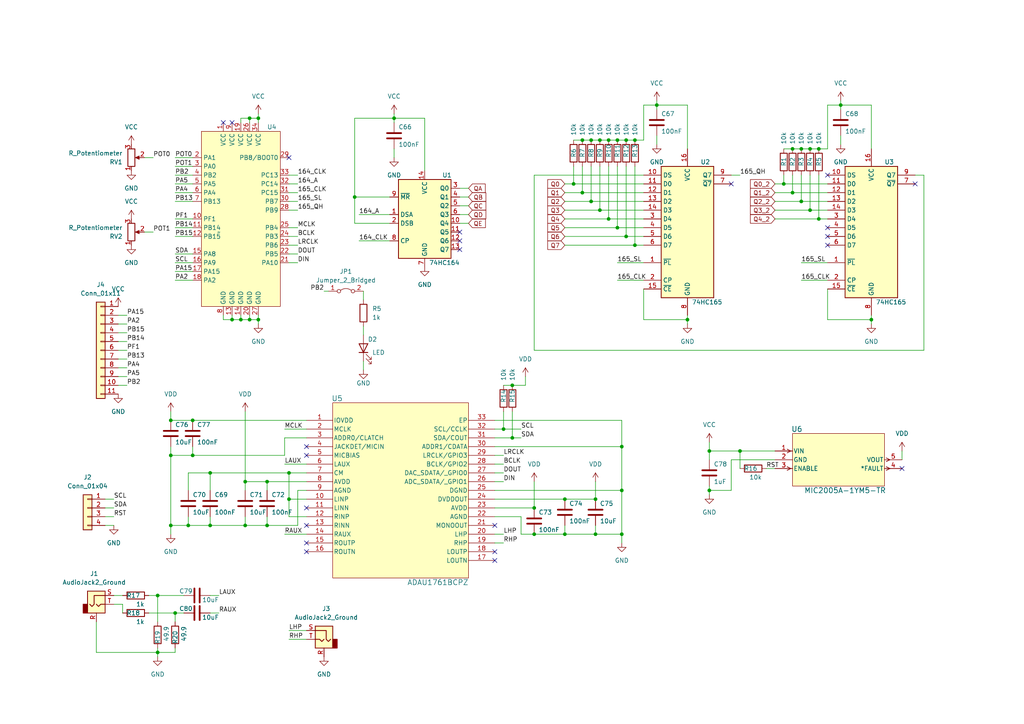
<source format=kicad_sch>
(kicad_sch (version 20231120) (generator "eeschema") (generator_version "8.0")
  (paper "A4")
  (lib_symbols
    (symbol "74xx:74HC164"
      (property "Reference" "U" (at 1.905 -13.97 0))
      (property "Value" "74HC164" (at 1.905 -16.51 0))
      (symbol "74HC164_1_1"
        (pin input line (at -10.16 0 0) (length 2.54) (name "DSA") (number "1"))
        (pin output line (at 10.16 -2.54 180) (length 2.54) (name "Q4") (number "10"))
        (pin output line (at 10.16 -5.08 180) (length 2.54) (name "Q5") (number "11"))
        (pin output line (at 10.16 -7.62 180) (length 2.54) (name "Q6") (number "12"))
        (pin output line (at 10.16 -10.16 180) (length 2.54) (name "Q7") (number "13"))
        (pin power_in line (at 0 12.7 270) (length 2.54) (name "VCC") (number "14"))
        (pin input line (at -10.16 -2.54 0) (length 2.54) (name "DSB") (number "2"))
        (pin output line (at 10.16 7.62 180) (length 2.54) (name "Q0") (number "3"))
        (pin output line (at 10.16 5.08 180) (length 2.54) (name "Q1") (number "4"))
        (pin output line (at 10.16 2.54 180) (length 2.54) (name "Q2") (number "5"))
        (pin output line (at 10.16 0 180) (length 2.54) (name "Q3") (number "6"))
        (pin power_in line (at 0 -15.24 90) (length 2.54) (name "GND") (number "7"))
        (pin input line (at -10.16 -7.62 0) (length 2.54) (name "CP") (number "8"))
        (pin input line (at -10.16 5.08 0) (length 2.54) (name "~{MR}") (number "9"))
      )
    )
    (symbol "74xx:74HC165"
      (property "Reference" "U" (at -7.62 19.05 0))
      (property "Value" "74HC165" (at -7.62 -21.59 0))
      (symbol "74HC165_1_0"
        (pin input line (at -12.7 -10.16 0) (length 5.08) (name "~{PL}") (number "1"))
        (pin input line (at -12.7 15.24 0) (length 5.08) (name "DS") (number "10"))
        (pin input line (at -12.7 12.7 0) (length 5.08) (name "D0") (number "11"))
        (pin input line (at -12.7 10.16 0) (length 5.08) (name "D1") (number "12"))
        (pin input line (at -12.7 7.62 0) (length 5.08) (name "D2") (number "13"))
        (pin input line (at -12.7 5.08 0) (length 5.08) (name "D3") (number "14"))
        (pin input line (at -12.7 -17.78 0) (length 5.08) (name "~{CE}") (number "15"))
        (pin power_in line (at 0 22.86 270) (length 5.08) (name "VCC") (number "16"))
        (pin input line (at -12.7 -15.24 0) (length 5.08) (name "CP") (number "2"))
        (pin input line (at -12.7 2.54 0) (length 5.08) (name "D4") (number "3"))
        (pin input line (at -12.7 0 0) (length 5.08) (name "D5") (number "4"))
        (pin input line (at -12.7 -2.54 0) (length 5.08) (name "D6") (number "5"))
        (pin input line (at -12.7 -5.08 0) (length 5.08) (name "D7") (number "6"))
        (pin output line (at 12.7 12.7 180) (length 5.08) (name "~{Q7}") (number "7"))
        (pin power_in line (at 0 -25.4 90) (length 5.08) (name "GND") (number "8"))
        (pin output line (at 12.7 15.24 180) (length 5.08) (name "Q7") (number "9"))
      )
    )
    (symbol "AudioJack2_Ground_1"
      (property "Reference" "J1" (at -0.635 8.89 0))
      (property "Value" "AudioJack2_Ground" (at -0.635 6.35 0))
      (symbol "AudioJack2_Ground_1_1_1"
        (pin passive line (at 0 -5.08 90) (length 2.54) (name "~") (number "R"))
        (pin passive line (at 5.08 2.54 180) (length 2.54) (name "~") (number "S"))
        (pin passive line (at 5.08 0 180) (length 2.54) (name "~") (number "T"))
      )
    )
    (symbol "Connector_Audio:AudioJack2_Ground"
      (property "Reference" "J3" (at -0.635 8.89 0))
      (property "Value" "AudioJack2_Ground" (at -0.635 6.35 0))
      (symbol "AudioJack2_Ground_1_1"
        (pin passive line (at 0 -5.08 90) (length 2.54) (name "~") (number "R"))
        (pin passive line (at 5.08 2.54 180) (length 2.54) (name "~") (number "S"))
        (pin passive line (at 5.08 0 180) (length 2.54) (name "~") (number "T"))
      )
    )
    (symbol "Connector_Generic:Conn_01x04" (pin_names (offset 1.016) hide)
      (property "Reference" "J" (at 0 5.08 0))
      (property "Value" "Conn_01x04" (at 0 -7.62 0))
      (symbol "Conn_01x04_1_1"
        (pin passive line (at -5.08 2.54 0) (length 3.81) (name "Pin_1") (number "1"))
        (pin passive line (at -5.08 0 0) (length 3.81) (name "Pin_2") (number "2"))
        (pin passive line (at -5.08 -2.54 0) (length 3.81) (name "Pin_3") (number "3"))
        (pin passive line (at -5.08 -5.08 0) (length 3.81) (name "Pin_4") (number "4"))
      )
    )
    (symbol "Connector_Generic:Conn_01x11" (pin_names (offset 1.016) hide)
      (property "Reference" "J" (at 0 15.24 0))
      (property "Value" "Conn_01x11" (at 0 -15.24 0))
      (symbol "Conn_01x11_1_1"
        (pin passive line (at -5.08 12.7 0) (length 3.81) (name "Pin_1") (number "1"))
        (pin passive line (at -5.08 -10.16 0) (length 3.81) (name "Pin_10") (number "10"))
        (pin passive line (at -5.08 -12.7 0) (length 3.81) (name "Pin_11") (number "11"))
        (pin passive line (at -5.08 10.16 0) (length 3.81) (name "Pin_2") (number "2"))
        (pin passive line (at -5.08 7.62 0) (length 3.81) (name "Pin_3") (number "3"))
        (pin passive line (at -5.08 5.08 0) (length 3.81) (name "Pin_4") (number "4"))
        (pin passive line (at -5.08 2.54 0) (length 3.81) (name "Pin_5") (number "5"))
        (pin passive line (at -5.08 0 0) (length 3.81) (name "Pin_6") (number "6"))
        (pin passive line (at -5.08 -2.54 0) (length 3.81) (name "Pin_7") (number "7"))
        (pin passive line (at -5.08 -5.08 0) (length 3.81) (name "Pin_8") (number "8"))
        (pin passive line (at -5.08 -7.62 0) (length 3.81) (name "Pin_9") (number "9"))
      )
    )
    (symbol "Device:C" (pin_numbers hide) (pin_names (offset 0.254))
      (property "Reference" "C" (at 0.635 2.54 0))
      (property "Value" "C" (at 0.635 -2.54 0))
      (symbol "C_1_1"
        (pin passive line (at 0 3.81 270) (length 2.794) (name "~") (number "1"))
        (pin passive line (at 0 -3.81 90) (length 2.794) (name "~") (number "2"))
      )
    )
    (symbol "Device:LED" (pin_numbers hide) (pin_names (offset 1.016) hide)
      (property "Reference" "D" (at 0 2.54 0))
      (property "Value" "LED" (at 0 -2.54 0))
      (symbol "LED_1_1"
        (pin passive line (at -3.81 0 0) (length 2.54) (name "K") (number "1"))
        (pin passive line (at 3.81 0 180) (length 2.54) (name "A") (number "2"))
      )
    )
    (symbol "Device:R" (pin_numbers hide) (pin_names (offset 0))
      (property "Reference" "R" (at 2.032 0 90))
      (property "Value" "R" (at 0 0 90))
      (symbol "R_1_1"
        (pin passive line (at 0 3.81 270) (length 1.27) (name "~") (number "1"))
        (pin passive line (at 0 -3.81 90) (length 1.27) (name "~") (number "2"))
      )
    )
    (symbol "Device:R_Potentiometer" (pin_names (offset 1.016) hide)
      (property "Reference" "RV" (at -4.445 0 90))
      (property "Value" "R_Potentiometer" (at -2.54 0 90))
      (symbol "R_Potentiometer_1_1"
        (pin passive line (at 0 3.81 270) (length 1.27) (name "1") (number "1"))
        (pin passive line (at 3.81 0 180) (length 1.27) (name "2") (number "2"))
        (pin passive line (at 0 -3.81 90) (length 1.27) (name "3") (number "3"))
      )
    )
    (symbol "Jumper:Jumper_2_Bridged" (pin_names (offset 0) hide)
      (property "Reference" "JP" (at 0 1.905 0))
      (property "Value" "Jumper_2_Bridged" (at 0 -2.54 0))
      (symbol "Jumper_2_Bridged_1_1"
        (pin passive line (at -5.08 0 0) (length 2.54) (name "A") (number "1"))
        (pin passive line (at 5.08 0 180) (length 2.54) (name "B") (number "2"))
      )
    )
    (symbol "My_Parts:ADAU1761BCPZ" (pin_names (offset 0.254))
      (property "Reference" "U" (at 43.18 10.16 0))
      (property "Value" "ADAU1761BCPZ" (at 43.18 7.62 0))
      (symbol "ADAU1761BCPZ_0_1"
        (pin power_in line (at 54.61 -25.4 180) (length 7.62) (name "AVDD") (number "23"))
      )
      (symbol "ADAU1761BCPZ_1_1"
        (pin power_in line (at 0 0 0) (length 7.62) (name "IOVDD") (number "1"))
        (pin input line (at 0 -22.86 0) (length 7.62) (name "LINP") (number "10"))
        (pin input line (at 0 -25.4 0) (length 7.62) (name "LINN") (number "11"))
        (pin input line (at 0 -27.94 0) (length 7.62) (name "RINP") (number "12"))
        (pin input line (at 0 -30.48 0) (length 7.62) (name "RINN") (number "13"))
        (pin input line (at 0 -33.02 0) (length 7.62) (name "RAUX") (number "14"))
        (pin output line (at 0 -35.56 0) (length 7.62) (name "ROUTP") (number "15"))
        (pin output line (at 0 -38.1 0) (length 7.62) (name "ROUTN") (number "16"))
        (pin output line (at 54.61 -40.64 180) (length 7.62) (name "LOUTN") (number "17"))
        (pin output line (at 54.61 -38.1 180) (length 7.62) (name "LOUTP") (number "18"))
        (pin output line (at 54.61 -35.56 180) (length 7.62) (name "RHP") (number "19"))
        (pin input line (at 0 -2.54 0) (length 7.62) (name "MCLK") (number "2"))
        (pin output line (at 54.61 -33.02 180) (length 7.62) (name "LHP") (number "20"))
        (pin output line (at 54.61 -30.48 180) (length 7.62) (name "MONOOUT") (number "21"))
        (pin passive line (at 54.61 -27.94 180) (length 7.62) (name "AGND") (number "22"))
        (pin power_in line (at 54.61 -22.86 180) (length 7.62) (name "DVDDOUT") (number "24"))
        (pin passive line (at 54.61 -20.32 180) (length 7.62) (name "DGND") (number "25"))
        (pin bidirectional line (at 54.61 -17.78 180) (length 7.62) (name "ADC_SDATA/_GPIO1") (number "26"))
        (pin bidirectional line (at 54.61 -15.24 180) (length 7.62) (name "DAC_SDATA/_GPIO0") (number "27"))
        (pin bidirectional line (at 54.61 -12.7 180) (length 7.62) (name "BCLK/GPIO2") (number "28"))
        (pin bidirectional line (at 54.61 -10.16 180) (length 7.62) (name "LRCLK/GPIO3") (number "29"))
        (pin input line (at 0 -5.08 0) (length 7.62) (name "ADDR0/CLATCH") (number "3"))
        (pin input line (at 54.61 -7.62 180) (length 7.62) (name "ADDR1/CDATA") (number "30"))
        (pin bidirectional line (at 54.61 -5.08 180) (length 7.62) (name "SDA/COUT") (number "31"))
        (pin input line (at 54.61 -2.54 180) (length 7.62) (name "SCL/CCLK") (number "32"))
        (pin passive line (at 54.61 0 180) (length 7.62) (name "EP") (number "33"))
        (pin input line (at 0 -7.62 0) (length 7.62) (name "JACKDET/MICIN") (number "4"))
        (pin output line (at 0 -10.16 0) (length 7.62) (name "MICBIAS") (number "5"))
        (pin input line (at 0 -12.7 0) (length 7.62) (name "LAUX") (number "6"))
        (pin output line (at 0 -15.24 0) (length 7.62) (name "CM") (number "7"))
        (pin power_in line (at 0 -17.78 0) (length 7.62) (name "AVDD") (number "8"))
        (pin passive line (at 0 -20.32 0) (length 7.62) (name "AGND") (number "9"))
      )
    )
    (symbol "My_Parts:C4NDY"
      (property "Reference" "U" (at 0 52.07 0))
      (symbol "C4NDY_1_1"
        (pin power_out line (at 6.35 53.34 270) (length 2.54) (name "VCC") (number "1"))
        (pin bidirectional line (at -2.54 25.4 0) (length 2.54) (name "PF1") (number "10"))
        (pin bidirectional line (at -2.54 22.86 0) (length 2.54) (name "PB14") (number "11"))
        (pin bidirectional line (at -2.54 20.32 0) (length 2.54) (name "PB15") (number "12"))
        (pin passive line (at 8.89 -2.54 90) (length 2.54) (name "GND") (number "13"))
        (pin passive line (at 11.43 -2.54 90) (length 2.54) (name "GND") (number "14"))
        (pin bidirectional line (at -2.54 15.24 0) (length 2.54) (name "PA8") (number "15"))
        (pin bidirectional line (at -2.54 12.7 0) (length 2.54) (name "PA9") (number "16"))
        (pin bidirectional line (at -2.54 10.16 0) (length 2.54) (name "PA15") (number "17"))
        (pin bidirectional line (at -2.54 7.62 0) (length 2.54) (name "PA2") (number "18"))
        (pin power_out line (at 11.43 53.34 270) (length 2.54) (name "VCC") (number "19"))
        (pin bidirectional line (at -2.54 43.18 0) (length 2.54) (name "PA1") (number "2"))
        (pin passive line (at 13.97 -2.54 90) (length 2.54) (name "GND") (number "20"))
        (pin bidirectional line (at 25.4 12.7 180) (length 2.54) (name "PA10") (number "21"))
        (pin bidirectional line (at 25.4 15.24 180) (length 2.54) (name "PB5") (number "22"))
        (pin bidirectional line (at 25.4 17.78 180) (length 2.54) (name "PB6") (number "23"))
        (pin bidirectional line (at 25.4 20.32 180) (length 2.54) (name "PB3") (number "24"))
        (pin bidirectional line (at 25.4 22.86 180) (length 2.54) (name "PB4") (number "25"))
        (pin power_out line (at 13.97 53.34 270) (length 2.54) (name "VCC") (number "26"))
        (pin passive line (at 16.51 -2.54 90) (length 2.54) (name "GND") (number "27"))
        (pin bidirectional line (at 25.4 27.94 180) (length 2.54) (name "PB9") (number "28"))
        (pin bidirectional line (at 25.4 43.18 180) (length 2.54) (name "PB8/BOOT0") (number "29"))
        (pin bidirectional line (at -2.54 40.64 0) (length 2.54) (name "PA0") (number "3"))
        (pin bidirectional line (at 25.4 30.48 180) (length 2.54) (name "PB7") (number "30"))
        (pin bidirectional line (at 25.4 33.02 180) (length 2.54) (name "PC15") (number "31"))
        (pin bidirectional line (at 25.4 35.56 180) (length 2.54) (name "PC14") (number "32"))
        (pin bidirectional line (at 25.4 38.1 180) (length 2.54) (name "PC13") (number "33"))
        (pin power_out line (at 16.51 53.34 270) (length 2.54) (name "VCC") (number "34"))
        (pin bidirectional line (at -2.54 38.1 0) (length 2.54) (name "PB2") (number "4"))
        (pin bidirectional line (at -2.54 35.56 0) (length 2.54) (name "PA5") (number "5"))
        (pin bidirectional line (at -2.54 33.02 0) (length 2.54) (name "PA4") (number "6"))
        (pin bidirectional line (at -2.54 30.48 0) (length 2.54) (name "PB13") (number "7"))
        (pin passive line (at 6.35 -2.54 90) (length 2.54) (name "GND") (number "8"))
        (pin power_out line (at 8.89 53.34 270) (length 2.54) (name "VCC") (number "9"))
      )
    )
    (symbol "My_Parts:MIC2005A-1YM5-TR" (pin_names (offset 0.254))
      (property "Reference" "U" (at 20.32 8.89 0))
      (property "Value" "MIC2005A-1YM5-TR" (at 20.32 6.35 0))
      (symbol "MIC2005A-1YM5-TR_1_1"
        (pin input line (at 2.54 0 0) (length 5.08) (name "VIN") (number "1"))
        (pin passive line (at 2.54 -2.54 0) (length 5.08) (name "GND") (number "2"))
        (pin input line (at 2.54 -5.08 0) (length 5.08) (name "ENABLE") (number "3"))
        (pin output line (at 39.37 -5.08 180) (length 5.08) (name "*FAULT") (number "4"))
        (pin output line (at 39.37 -2.54 180) (length 5.08) (name "VOUT") (number "5"))
      )
    )
    (symbol "power:GND" (power) (pin_names (offset 0))
      (property "Value" "GND" (at 0 -3.81 0))
      (symbol "GND_1_1"
        (pin power_in line (at 0 0 270) (length 0) hide (name "GND") (number "1"))
      )
    )
    (symbol "power:VCC" (power) (pin_names (offset 0))
      (property "Value" "VCC" (at 0 3.81 0))
      (symbol "VCC_1_1"
        (pin power_in line (at 0 0 90) (length 0) hide (name "VCC") (number "1"))
      )
    )
    (symbol "power:VDD" (power) (pin_names (offset 0))
      (property "Value" "VDD" (at 0 3.81 0))
      (symbol "VDD_1_1"
        (pin power_in line (at 0 0 90) (length 0) hide (name "VDD") (number "1"))
      )
    )
  )
  (junction (at 45.72 189.23))
  (junction (at 180.34 154.94))
  (junction (at 237.49 63.5))
  (junction (at 181.61 40.64))
  (junction (at 50.8 177.8))
  (junction (at 55.88 132.08))
  (junction (at 55.88 121.92))
  (junction (at 148.59 127))
  (junction (at 234.95 43.18))
  (junction (at 180.34 142.24))
  (junction (at 166.37 53.34))
  (junction (at 205.74 142.24))
  (junction (at 146.05 124.46))
  (junction (at 83.82 137.16))
  (junction (at 184.15 71.12))
  (junction (at 54.61 152.4))
  (junction (at 163.83 154.94))
  (junction (at 154.94 147.32))
  (junction (at 49.53 132.08))
  (junction (at 229.87 55.88))
  (junction (at 114.3 34.29))
  (junction (at 168.91 40.64))
  (junction (at 71.12 139.7))
  (junction (at 74.93 34.29))
  (junction (at 74.93 92.71))
  (junction (at 148.59 111.76))
  (junction (at 229.87 43.18))
  (junction (at 102.87 57.15))
  (junction (at 179.07 40.64))
  (junction (at 173.99 40.64))
  (junction (at 171.45 40.64))
  (junction (at 243.84 30.48))
  (junction (at 199.39 92.71))
  (junction (at 77.47 139.7))
  (junction (at 173.99 60.96))
  (junction (at 168.91 55.88))
  (junction (at 227.33 53.34))
  (junction (at 205.74 130.81))
  (junction (at 180.34 129.54))
  (junction (at 181.61 68.58))
  (junction (at 69.85 92.71))
  (junction (at 214.63 130.81))
  (junction (at 45.72 172.72))
  (junction (at 60.96 152.4))
  (junction (at 184.15 40.64))
  (junction (at 176.53 40.64))
  (junction (at 172.72 144.78))
  (junction (at 60.96 137.16))
  (junction (at 237.49 43.18))
  (junction (at 154.94 154.94))
  (junction (at 171.45 58.42))
  (junction (at 72.39 92.71))
  (junction (at 190.5 30.48))
  (junction (at 232.41 43.18))
  (junction (at 72.39 34.29))
  (junction (at 234.95 60.96))
  (junction (at 49.53 121.92))
  (junction (at 163.83 144.78))
  (junction (at 49.53 152.4))
  (junction (at 67.31 92.71))
  (junction (at 172.72 154.94))
  (junction (at 71.12 152.4))
  (junction (at 232.41 58.42))
  (junction (at 179.07 66.04))
  (junction (at 77.47 152.4))
  (junction (at 176.53 63.5))
  (junction (at 83.82 144.78))
  (junction (at 252.73 92.71))
  (no_connect (at 133.35 67.31))
  (no_connect (at 143.51 152.4))
  (no_connect (at 133.35 72.39))
  (no_connect (at 265.43 53.34))
  (no_connect (at 240.03 68.58))
  (no_connect (at 133.35 69.85))
  (no_connect (at 83.82 45.72))
  (no_connect (at 261.62 135.89))
  (no_connect (at 67.31 35.56))
  (no_connect (at 88.9 147.32))
  (no_connect (at 143.51 160.02))
  (no_connect (at 240.03 50.8))
  (no_connect (at 88.9 129.54))
  (no_connect (at 88.9 157.48))
  (no_connect (at 64.77 35.56))
  (no_connect (at 212.09 53.34))
  (no_connect (at 240.03 66.04))
  (no_connect (at 88.9 132.08))
  (no_connect (at 240.03 71.12))
  (no_connect (at 143.51 162.56))
  (no_connect (at 88.9 160.02))
  (no_connect (at 88.9 152.4))
  (wire (pts (xy 83.82 68.58) (xy 86.36 68.58)))
  (wire (pts (xy 229.87 55.88) (xy 240.03 55.88)))
  (wire (pts (xy 232.41 76.2) (xy 240.03 76.2)))
  (wire (pts (xy 50.8 177.8) (xy 53.34 177.8)))
  (wire (pts (xy 86.36 142.24) (xy 86.36 152.4)))
  (wire (pts (xy 50.8 81.28) (xy 55.88 81.28)))
  (wire (pts (xy 212.09 50.8) (xy 214.63 50.8)))
  (wire (pts (xy 71.12 149.86) (xy 71.12 152.4)))
  (wire (pts (xy 83.82 53.34) (xy 86.36 53.34)))
  (wire (pts (xy 49.53 119.38) (xy 49.53 121.92)))
  (wire (pts (xy 50.8 177.8) (xy 50.8 180.34)))
  (wire (pts (xy 88.9 144.78) (xy 83.82 144.78)))
  (wire (pts (xy 64.77 91.44) (xy 64.77 92.71)))
  (wire (pts (xy 173.99 48.26) (xy 173.99 60.96)))
  (wire (pts (xy 113.03 64.77) (xy 102.87 64.77)))
  (wire (pts (xy 102.87 34.29) (xy 114.3 34.29)))
  (wire (pts (xy 224.79 60.96) (xy 234.95 60.96)))
  (wire (pts (xy 83.82 185.42) (xy 88.9 185.42)))
  (wire (pts (xy 214.63 130.81) (xy 214.63 135.89)))
  (wire (pts (xy 166.37 53.34) (xy 186.69 53.34)))
  (wire (pts (xy 104.14 62.23) (xy 113.03 62.23)))
  (wire (pts (xy 50.8 53.34) (xy 55.88 53.34)))
  (wire (pts (xy 83.82 50.8) (xy 86.36 50.8)))
  (wire (pts (xy 151.13 127) (xy 148.59 127)))
  (wire (pts (xy 45.72 172.72) (xy 53.34 172.72)))
  (wire (pts (xy 55.88 132.08) (xy 49.53 132.08)))
  (wire (pts (xy 176.53 48.26) (xy 176.53 63.5)))
  (wire (pts (xy 105.41 84.455) (xy 105.41 86.995)))
  (wire (pts (xy 60.96 172.72) (xy 63.5 172.72)))
  (wire (pts (xy 55.88 132.08) (xy 82.55 132.08)))
  (wire (pts (xy 143.51 149.86) (xy 151.13 149.86)))
  (wire (pts (xy 234.95 50.8) (xy 234.95 60.96)))
  (wire (pts (xy 143.51 157.48) (xy 146.05 157.48)))
  (wire (pts (xy 69.85 35.56) (xy 69.85 34.29)))
  (wire (pts (xy 148.59 127) (xy 143.51 127)))
  (wire (pts (xy 102.87 64.77) (xy 102.87 57.15)))
  (wire (pts (xy 50.8 50.8) (xy 55.88 50.8)))
  (wire (pts (xy 146.05 132.08) (xy 143.51 132.08)))
  (wire (pts (xy 83.82 76.2) (xy 86.36 76.2)))
  (wire (pts (xy 135.89 62.23) (xy 133.35 62.23)))
  (wire (pts (xy 50.8 45.72) (xy 55.88 45.72)))
  (wire (pts (xy 179.07 81.28) (xy 186.69 81.28)))
  (wire (pts (xy 143.51 144.78) (xy 163.83 144.78)))
  (wire (pts (xy 135.89 54.61) (xy 133.35 54.61)))
  (wire (pts (xy 199.39 43.18) (xy 199.39 30.48)))
  (wire (pts (xy 180.34 154.94) (xy 180.34 157.48)))
  (wire (pts (xy 71.12 139.7) (xy 77.47 139.7)))
  (wire (pts (xy 54.61 137.16) (xy 60.96 137.16)))
  (wire (pts (xy 205.74 130.81) (xy 205.74 133.35)))
  (wire (pts (xy 69.85 92.71) (xy 72.39 92.71)))
  (wire (pts (xy 181.61 48.26) (xy 181.61 68.58)))
  (wire (pts (xy 88.9 139.7) (xy 77.47 139.7)))
  (wire (pts (xy 180.34 142.24) (xy 180.34 154.94)))
  (wire (pts (xy 214.63 130.81) (xy 224.79 130.81)))
  (wire (pts (xy 184.15 48.26) (xy 184.15 71.12)))
  (wire (pts (xy 34.29 96.52) (xy 36.83 96.52)))
  (wire (pts (xy 135.89 59.69) (xy 133.35 59.69)))
  (wire (pts (xy 50.8 55.88) (xy 55.88 55.88)))
  (wire (pts (xy 43.18 172.72) (xy 45.72 172.72)))
  (wire (pts (xy 60.96 177.8) (xy 63.5 177.8)))
  (wire (pts (xy 60.96 137.16) (xy 83.82 137.16)))
  (wire (pts (xy 105.41 104.775) (xy 105.41 107.315)))
  (wire (pts (xy 172.72 139.7) (xy 172.72 144.78)))
  (wire (pts (xy 224.79 133.35) (xy 212.09 133.35)))
  (wire (pts (xy 252.73 93.98) (xy 252.73 92.71)))
  (wire (pts (xy 30.48 149.86) (xy 33.02 149.86)))
  (wire (pts (xy 69.85 91.44) (xy 69.85 92.71)))
  (wire (pts (xy 229.87 43.18) (xy 232.41 43.18)))
  (wire (pts (xy 60.96 149.86) (xy 60.96 152.4)))
  (wire (pts (xy 71.12 152.4) (xy 77.47 152.4)))
  (wire (pts (xy 83.82 149.86) (xy 83.82 144.78)))
  (wire (pts (xy 190.5 30.48) (xy 190.5 31.75)))
  (wire (pts (xy 267.97 101.6) (xy 154.94 101.6)))
  (wire (pts (xy 93.98 84.455) (xy 95.25 84.455)))
  (wire (pts (xy 205.74 128.27) (xy 205.74 130.81)))
  (wire (pts (xy 163.83 152.4) (xy 163.83 154.94)))
  (wire (pts (xy 179.07 48.26) (xy 179.07 66.04)))
  (wire (pts (xy 227.33 53.34) (xy 240.03 53.34)))
  (wire (pts (xy 168.91 40.64) (xy 171.45 40.64)))
  (wire (pts (xy 88.9 142.24) (xy 86.36 142.24)))
  (wire (pts (xy 171.45 40.64) (xy 173.99 40.64)))
  (wire (pts (xy 163.83 53.34) (xy 166.37 53.34)))
  (wire (pts (xy 148.59 111.76) (xy 152.4 111.76)))
  (wire (pts (xy 83.82 60.96) (xy 86.36 60.96)))
  (wire (pts (xy 154.94 154.94) (xy 163.83 154.94)))
  (wire (pts (xy 41.91 45.72) (xy 44.45 45.72)))
  (wire (pts (xy 190.5 39.37) (xy 190.5 41.91)))
  (wire (pts (xy 205.74 130.81) (xy 214.63 130.81)))
  (wire (pts (xy 45.72 187.96) (xy 45.72 189.23)))
  (wire (pts (xy 72.39 35.56) (xy 72.39 34.29)))
  (wire (pts (xy 27.94 189.23) (xy 45.72 189.23)))
  (wire (pts (xy 34.29 101.6) (xy 36.83 101.6)))
  (wire (pts (xy 146.05 137.16) (xy 143.51 137.16)))
  (wire (pts (xy 50.8 78.74) (xy 55.88 78.74)))
  (wire (pts (xy 199.39 93.98) (xy 199.39 92.71)))
  (wire (pts (xy 30.48 147.32) (xy 33.02 147.32)))
  (wire (pts (xy 237.49 50.8) (xy 237.49 63.5)))
  (wire (pts (xy 173.99 40.64) (xy 176.53 40.64)))
  (wire (pts (xy 77.47 139.7) (xy 77.47 142.24)))
  (wire (pts (xy 212.09 133.35) (xy 212.09 142.24)))
  (wire (pts (xy 237.49 63.5) (xy 240.03 63.5)))
  (wire (pts (xy 148.59 119.38) (xy 148.59 127)))
  (wire (pts (xy 27.94 180.34) (xy 27.94 189.23)))
  (wire (pts (xy 34.29 99.06) (xy 36.83 99.06)))
  (wire (pts (xy 184.15 71.12) (xy 186.69 71.12)))
  (wire (pts (xy 265.43 50.8) (xy 267.97 50.8)))
  (wire (pts (xy 234.95 43.18) (xy 237.49 43.18)))
  (wire (pts (xy 50.8 187.96) (xy 50.8 189.23)))
  (wire (pts (xy 179.07 40.64) (xy 181.61 40.64)))
  (wire (pts (xy 163.83 71.12) (xy 184.15 71.12)))
  (wire (pts (xy 104.14 69.85) (xy 113.03 69.85)))
  (wire (pts (xy 35.56 172.72) (xy 33.02 172.72)))
  (wire (pts (xy 83.82 182.88) (xy 88.9 182.88)))
  (wire (pts (xy 205.74 140.97) (xy 205.74 142.24)))
  (wire (pts (xy 82.55 127) (xy 82.55 132.08)))
  (wire (pts (xy 267.97 50.8) (xy 267.97 101.6)))
  (wire (pts (xy 151.13 124.46) (xy 146.05 124.46)))
  (wire (pts (xy 77.47 152.4) (xy 86.36 152.4)))
  (wire (pts (xy 152.4 111.76) (xy 152.4 109.22)))
  (wire (pts (xy 67.31 91.44) (xy 67.31 92.71)))
  (wire (pts (xy 83.82 73.66) (xy 86.36 73.66)))
  (wire (pts (xy 222.25 135.89) (xy 224.79 135.89)))
  (wire (pts (xy 240.03 83.82) (xy 240.03 92.71)))
  (wire (pts (xy 135.89 57.15) (xy 133.35 57.15)))
  (wire (pts (xy 146.05 119.38) (xy 146.05 124.46)))
  (wire (pts (xy 113.03 57.15) (xy 102.87 57.15)))
  (wire (pts (xy 186.69 92.71) (xy 199.39 92.71)))
  (wire (pts (xy 179.07 76.2) (xy 186.69 76.2)))
  (wire (pts (xy 123.19 34.29) (xy 114.3 34.29)))
  (wire (pts (xy 224.79 58.42) (xy 232.41 58.42)))
  (wire (pts (xy 181.61 68.58) (xy 186.69 68.58)))
  (wire (pts (xy 166.37 48.26) (xy 166.37 53.34)))
  (wire (pts (xy 163.83 66.04) (xy 179.07 66.04)))
  (wire (pts (xy 34.29 106.68) (xy 36.83 106.68)))
  (wire (pts (xy 237.49 43.18) (xy 240.03 43.18)))
  (wire (pts (xy 146.05 139.7) (xy 143.51 139.7)))
  (wire (pts (xy 227.33 43.18) (xy 229.87 43.18)))
  (wire (pts (xy 168.91 55.88) (xy 186.69 55.88)))
  (wire (pts (xy 67.31 92.71) (xy 69.85 92.71)))
  (wire (pts (xy 146.05 124.46) (xy 143.51 124.46)))
  (wire (pts (xy 143.51 129.54) (xy 180.34 129.54)))
  (wire (pts (xy 181.61 40.64) (xy 184.15 40.64)))
  (wire (pts (xy 60.96 137.16) (xy 60.96 142.24)))
  (wire (pts (xy 227.33 50.8) (xy 227.33 53.34)))
  (wire (pts (xy 45.72 172.72) (xy 45.72 180.34)))
  (wire (pts (xy 83.82 144.78) (xy 83.82 137.16)))
  (wire (pts (xy 50.8 76.2) (xy 55.88 76.2)))
  (wire (pts (xy 114.3 33.02) (xy 114.3 34.29)))
  (wire (pts (xy 50.8 58.42) (xy 55.88 58.42)))
  (wire (pts (xy 77.47 149.86) (xy 77.47 152.4)))
  (wire (pts (xy 180.34 154.94) (xy 172.72 154.94)))
  (wire (pts (xy 45.72 189.23) (xy 45.72 190.5)))
  (wire (pts (xy 234.95 60.96) (xy 240.03 60.96)))
  (wire (pts (xy 82.55 134.62) (xy 88.9 134.62)))
  (wire (pts (xy 243.84 29.21) (xy 243.84 30.48)))
  (wire (pts (xy 180.34 129.54) (xy 180.34 142.24)))
  (wire (pts (xy 173.99 60.96) (xy 186.69 60.96)))
  (wire (pts (xy 35.56 175.26) (xy 35.56 177.8)))
  (wire (pts (xy 50.8 66.04) (xy 55.88 66.04)))
  (wire (pts (xy 55.88 129.54) (xy 55.88 132.08)))
  (wire (pts (xy 74.93 33.02) (xy 74.93 34.29)))
  (wire (pts (xy 74.93 91.44) (xy 74.93 92.71)))
  (wire (pts (xy 151.13 154.94) (xy 154.94 154.94)))
  (wire (pts (xy 252.73 30.48) (xy 243.84 30.48)))
  (wire (pts (xy 34.29 109.22) (xy 36.83 109.22)))
  (wire (pts (xy 179.07 66.04) (xy 186.69 66.04)))
  (wire (pts (xy 186.69 83.82) (xy 186.69 92.71)))
  (wire (pts (xy 186.69 40.64) (xy 186.69 30.48)))
  (wire (pts (xy 199.39 30.48) (xy 190.5 30.48)))
  (wire (pts (xy 34.29 111.76) (xy 36.83 111.76)))
  (wire (pts (xy 190.5 29.21) (xy 190.5 30.48)))
  (wire (pts (xy 83.82 55.88) (xy 86.36 55.88)))
  (wire (pts (xy 163.83 68.58) (xy 181.61 68.58)))
  (wire (pts (xy 212.09 142.24) (xy 205.74 142.24)))
  (wire (pts (xy 240.03 30.48) (xy 243.84 30.48)))
  (wire (pts (xy 33.02 175.26) (xy 35.56 175.26)))
  (wire (pts (xy 49.53 154.94) (xy 49.53 152.4)))
  (wire (pts (xy 176.53 40.64) (xy 179.07 40.64)))
  (wire (pts (xy 232.41 58.42) (xy 240.03 58.42)))
  (wire (pts (xy 163.83 63.5) (xy 176.53 63.5)))
  (wire (pts (xy 143.51 147.32) (xy 154.94 147.32)))
  (wire (pts (xy 143.51 142.24) (xy 180.34 142.24)))
  (wire (pts (xy 50.8 73.66) (xy 55.88 73.66)))
  (wire (pts (xy 240.03 92.71) (xy 252.73 92.71)))
  (wire (pts (xy 252.73 43.18) (xy 252.73 30.48)))
  (wire (pts (xy 146.05 134.62) (xy 143.51 134.62)))
  (wire (pts (xy 261.62 130.81) (xy 261.62 133.35)))
  (wire (pts (xy 114.3 34.29) (xy 114.3 35.56)))
  (wire (pts (xy 243.84 30.48) (xy 243.84 31.75)))
  (wire (pts (xy 83.82 66.04) (xy 86.36 66.04)))
  (wire (pts (xy 163.83 60.96) (xy 173.99 60.96)))
  (wire (pts (xy 49.53 121.92) (xy 55.88 121.92)))
  (wire (pts (xy 232.41 43.18) (xy 234.95 43.18)))
  (wire (pts (xy 168.91 48.26) (xy 168.91 55.88)))
  (wire (pts (xy 205.74 142.24) (xy 205.74 143.51)))
  (wire (pts (xy 180.34 121.92) (xy 180.34 129.54)))
  (wire (pts (xy 163.83 55.88) (xy 168.91 55.88)))
  (wire (pts (xy 232.41 81.28) (xy 240.03 81.28)))
  (wire (pts (xy 240.03 43.18) (xy 240.03 30.48)))
  (wire (pts (xy 50.8 68.58) (xy 55.88 68.58)))
  (wire (pts (xy 163.83 58.42) (xy 171.45 58.42)))
  (wire (pts (xy 224.79 63.5) (xy 237.49 63.5)))
  (wire (pts (xy 184.15 40.64) (xy 186.69 40.64)))
  (wire (pts (xy 135.89 64.77) (xy 133.35 64.77)))
  (wire (pts (xy 83.82 58.42) (xy 86.36 58.42)))
  (wire (pts (xy 34.29 91.44) (xy 36.83 91.44)))
  (wire (pts (xy 72.39 92.71) (xy 74.93 92.71)))
  (wire (pts (xy 74.93 34.29) (xy 74.93 35.56)))
  (wire (pts (xy 83.82 137.16) (xy 88.9 137.16)))
  (wire (pts (xy 151.13 149.86) (xy 151.13 154.94)))
  (wire (pts (xy 88.9 127) (xy 82.55 127)))
  (wire (pts (xy 154.94 139.7) (xy 154.94 147.32)))
  (wire (pts (xy 143.51 121.92) (xy 180.34 121.92)))
  (wire (pts (xy 69.85 34.29) (xy 72.39 34.29)))
  (wire (pts (xy 49.53 129.54) (xy 49.53 132.08)))
  (wire (pts (xy 154.94 101.6) (xy 154.94 50.8)))
  (wire (pts (xy 54.61 149.86) (xy 54.61 152.4)))
  (wire (pts (xy 30.48 144.78) (xy 33.02 144.78)))
  (wire (pts (xy 34.29 93.98) (xy 36.83 93.98)))
  (wire (pts (xy 146.05 111.76) (xy 148.59 111.76)))
  (wire (pts (xy 172.72 154.94) (xy 163.83 154.94)))
  (wire (pts (xy 172.72 152.4) (xy 172.72 154.94)))
  (wire (pts (xy 55.88 121.92) (xy 88.9 121.92)))
  (wire (pts (xy 82.55 124.46) (xy 88.9 124.46)))
  (wire (pts (xy 72.39 91.44) (xy 72.39 92.71)))
  (wire (pts (xy 143.51 154.94) (xy 146.05 154.94)))
  (wire (pts (xy 83.82 71.12) (xy 86.36 71.12)))
  (wire (pts (xy 74.93 92.71) (xy 74.93 93.98)))
  (wire (pts (xy 30.48 152.4) (xy 33.02 152.4)))
  (wire (pts (xy 102.87 57.15) (xy 102.87 34.29)))
  (wire (pts (xy 50.8 48.26) (xy 55.88 48.26)))
  (wire (pts (xy 154.94 50.8) (xy 186.69 50.8)))
  (wire (pts (xy 34.29 104.14) (xy 36.83 104.14)))
  (wire (pts (xy 229.87 50.8) (xy 229.87 55.88)))
  (wire (pts (xy 49.53 132.08) (xy 49.53 152.4)))
  (wire (pts (xy 171.45 48.26) (xy 171.45 58.42)))
  (wire (pts (xy 43.18 177.8) (xy 50.8 177.8)))
  (wire (pts (xy 50.8 189.23) (xy 45.72 189.23)))
  (wire (pts (xy 49.53 152.4) (xy 54.61 152.4)))
  (wire (pts (xy 186.69 30.48) (xy 190.5 30.48)))
  (wire (pts (xy 243.84 39.37) (xy 243.84 41.91)))
  (wire (pts (xy 88.9 149.86) (xy 83.82 149.86)))
  (wire (pts (xy 176.53 63.5) (xy 186.69 63.5)))
  (wire (pts (xy 114.3 43.18) (xy 114.3 45.72)))
  (wire (pts (xy 224.79 55.88) (xy 229.87 55.88)))
  (wire (pts (xy 163.83 144.78) (xy 172.72 144.78)))
  (wire (pts (xy 54.61 152.4) (xy 60.96 152.4)))
  (wire (pts (xy 71.12 119.38) (xy 71.12 139.7)))
  (wire (pts (xy 224.79 53.34) (xy 227.33 53.34)))
  (wire (pts (xy 232.41 50.8) (xy 232.41 58.42)))
  (wire (pts (xy 166.37 40.64) (xy 168.91 40.64)))
  (wire (pts (xy 171.45 58.42) (xy 186.69 58.42)))
  (wire (pts (xy 82.55 154.94) (xy 88.9 154.94)))
  (wire (pts (xy 50.8 63.5) (xy 55.88 63.5)))
  (wire (pts (xy 199.39 92.71) (xy 199.39 91.44)))
  (wire (pts (xy 60.96 152.4) (xy 71.12 152.4)))
  (wire (pts (xy 72.39 34.29) (xy 74.93 34.29)))
  (wire (pts (xy 123.19 49.53) (xy 123.19 34.29)))
  (wire (pts (xy 41.91 67.31) (xy 44.45 67.31)))
  (wire (pts (xy 71.12 142.24) (xy 71.12 139.7)))
  (wire (pts (xy 64.77 92.71) (xy 67.31 92.71)))
  (wire (pts (xy 54.61 142.24) (xy 54.61 137.16)))
  (wire (pts (xy 252.73 92.71) (xy 252.73 91.44)))
  (wire (pts (xy 105.41 94.615) (xy 105.41 97.155)))
  (label "PB15" (at 50.8 68.58 0))
  (label "LAUX" (at 63.5 172.72 0))
  (label "RAUX" (at 82.55 154.94 0))
  (label "PB2" (at 50.8 50.8 0))
  (label "LHP" (at 83.82 182.88 0))
  (label "SCL" (at 33.02 144.78 0))
  (label "SCL" (at 151.13 124.46 0))
  (label "PA15" (at 36.83 91.44 0))
  (label "PB2" (at 93.98 84.455 180))
  (label "PA2" (at 36.83 93.98 0))
  (label "164_A" (at 86.36 53.34 0))
  (label "POT1" (at 44.45 67.31 0))
  (label "PF1" (at 50.8 63.5 0))
  (label "MCLK" (at 82.55 124.46 0))
  (label "164_A" (at 104.14 62.23 0))
  (label "165_CLK" (at 86.36 55.88 0))
  (label "SDA" (at 151.13 127 0))
  (label "PA2" (at 50.8 81.28 0))
  (label "PB13" (at 50.8 58.42 0))
  (label "165_SL" (at 86.36 58.42 0))
  (label "DIN" (at 86.36 76.2 0))
  (label "POT0" (at 50.8 45.72 0))
  (label "LRCLK" (at 146.05 132.08 0))
  (label "LAUX" (at 82.55 134.62 0))
  (label "PB2" (at 36.83 111.76 0))
  (label "LHP" (at 146.05 154.94 0))
  (label "164_CLK" (at 86.36 50.8 0))
  (label "DOUT" (at 86.36 73.66 0))
  (label "164_CLK" (at 104.14 69.85 0))
  (label "RHP" (at 146.05 157.48 0))
  (label "DOUT" (at 146.05 137.16 0))
  (label "165_QH" (at 214.63 50.8 0))
  (label "165_QH" (at 86.36 60.96 0))
  (label "PB14" (at 36.83 99.06 0))
  (label "PB13" (at 36.83 104.14 0))
  (label "LRCLK" (at 86.36 71.12 0))
  (label "SDA" (at 50.8 73.66 0))
  (label "PF1" (at 36.83 101.6 0))
  (label "165_SL" (at 232.41 76.2 0))
  (label "PA4" (at 50.8 55.88 0))
  (label "BCLK" (at 86.36 68.58 0))
  (label "RST" (at 222.25 135.89 0))
  (label "POT0" (at 44.45 45.72 0))
  (label "POT1" (at 50.8 48.26 0))
  (label "165_CLK" (at 232.41 81.28 0))
  (label "PA15" (at 50.8 78.74 0))
  (label "165_CLK" (at 179.07 81.28 0))
  (label "PB14" (at 50.8 66.04 0))
  (label "SCL" (at 50.8 76.2 0))
  (label "DIN" (at 146.05 139.7 0))
  (label "PA4" (at 36.83 106.68 0))
  (label "MCLK" (at 86.36 66.04 0))
  (label "PA5" (at 36.83 109.22 0))
  (label "RST" (at 33.02 149.86 0))
  (label "PB15" (at 36.83 96.52 0))
  (label "PA5" (at 50.8 53.34 0))
  (label "BCLK" (at 146.05 134.62 0))
  (label "165_SL" (at 179.07 76.2 0))
  (label "RAUX" (at 63.5 177.8 0))
  (label "RHP" (at 83.82 185.42 0))
  (label "SDA" (at 33.02 147.32 0))
  (global_label "Q7" (shape input) (at 163.83 71.12 180) (property "Intersheetrefs" "${INTERSHEET_REFS}" (effects (hide yes))))
  (global_label "QE" (shape input) (at 135.89 64.77 0) (property "Intersheetrefs" "${INTERSHEET_REFS}" (effects (hide yes))))
  (global_label "Q3" (shape input) (at 163.83 60.96 180) (property "Intersheetrefs" "${INTERSHEET_REFS}" (effects (hide yes))))
  (global_label "Q1" (shape input) (at 163.83 55.88 180) (property "Intersheetrefs" "${INTERSHEET_REFS}" (effects (hide yes))))
  (global_label "Q4" (shape input) (at 163.83 63.5 180) (property "Intersheetrefs" "${INTERSHEET_REFS}" (effects (hide yes))))
  (global_label "Q0_2" (shape input) (at 224.79 53.34 180) (property "Intersheetrefs" "${INTERSHEET_REFS}" (effects (hide yes))))
  (global_label "Q5" (shape input) (at 163.83 66.04 180) (property "Intersheetrefs" "${INTERSHEET_REFS}" (effects (hide yes))))
  (global_label "QA" (shape input) (at 135.89 54.61 0) (property "Intersheetrefs" "${INTERSHEET_REFS}" (effects (hide yes))))
  (global_label "QC" (shape input) (at 135.89 59.69 0) (property "Intersheetrefs" "${INTERSHEET_REFS}" (effects (hide yes))))
  (global_label "QB" (shape input) (at 135.89 57.15 0) (property "Intersheetrefs" "${INTERSHEET_REFS}" (effects (hide yes))))
  (global_label "Q0" (shape input) (at 163.83 53.34 180) (property "Intersheetrefs" "${INTERSHEET_REFS}" (effects (hide yes))))
  (global_label "Q4_2" (shape input) (at 224.79 63.5 180) (property "Intersheetrefs" "${INTERSHEET_REFS}" (effects (hide yes))))
  (global_label "Q3_2" (shape input) (at 224.79 60.96 180) (property "Intersheetrefs" "${INTERSHEET_REFS}" (effects (hide yes))))
  (global_label "Q1_2" (shape input) (at 224.79 55.88 180) (property "Intersheetrefs" "${INTERSHEET_REFS}" (effects (hide yes))))
  (global_label "QD" (shape input) (at 135.89 62.23 0) (property "Intersheetrefs" "${INTERSHEET_REFS}" (effects (hide yes))))
  (global_label "Q6" (shape input) (at 163.83 68.58 180) (property "Intersheetrefs" "${INTERSHEET_REFS}" (effects (hide yes))))
  (global_label "Q2_2" (shape input) (at 224.79 58.42 180) (property "Intersheetrefs" "${INTERSHEET_REFS}" (effects (hide yes))))
  (global_label "Q2" (shape input) (at 163.83 58.42 180) (property "Intersheetrefs" "${INTERSHEET_REFS}" (effects (hide yes))))
  (symbol (lib_id "power:GND") (at 199.39 93.98 0) (unit 1)
    (property "Reference" "#PWR03" (effects (hide yes)))
    (property "Value" "GND" (at 199.39 99.06 0))
  )
  (symbol (lib_id "Device:LED") (at 105.41 100.965 90) (unit 1)
    (property "Reference" "D2" (at 106.68 98.425 90) (effects (justify right)))
    (property "Value" "LED" (at 107.95 102.235 90) (effects (justify right)))
    (property "Footprint" "LED_SMD:LED_0603_1608Metric" (effects (hide yes)))
    (instances (project "C4NDY" (path "" (reference "D2") (unit 1))) (project "KVL" (path "" (reference "D66") (unit 1))) (project "C4NDY_XMOS" (path "" (reference "D2") (unit 1))))
  )
  (symbol (lib_id "Device:C") (at 57.15 177.8 90) (unit 1)
    (property "Reference" "C80" (at 55.88 176.53 90) (effects (justify left)))
    (property "Value" "10uF" (at 63.5 179.07 90) (effects (justify left)))
    (property "Footprint" "Capacitor_SMD:C_0603_1608Metric" (effects (hide yes)))
  )
  (symbol (lib_id "power:VDD") (at 71.12 119.38 0) (unit 1)
    (property "Reference" "#PWR017" (effects (hide yes)))
    (property "Value" "VDD" (at 71.12 114.3 0))
  )
  (symbol (lib_id "power:VCC") (at 38.1 63.5 0) (unit 1)
    (property "Reference" "#PWR028" (effects (hide yes)))
    (property "Value" "VCC" (at 38.1 58.42 0))
  )
  (symbol (lib_id "Device:R") (at 39.37 177.8 90) (unit 1)
    (property "Reference" "R18" (at 40.64 177.8 90) (effects (justify left)))
    (property "Value" "1k" (at 41.91 180.34 90) (effects (justify left)))
    (property "Footprint" "Resistor_SMD:R_0402_1005Metric" (effects (hide yes)))
  )
  (symbol (lib_id "power:GND") (at 243.84 41.91 0) (unit 1)
    (property "Reference" "#PWR09" (effects (hide yes)))
    (property "Value" "GND" (at 243.84 46.99 0))
  )
  (symbol (lib_id "Device:C") (at 205.74 137.16 0) (unit 1)
    (property "Reference" "C78" (at 207.01 134.62 0) (effects (justify left)))
    (property "Value" "1uF" (at 207.01 139.7 0) (effects (justify left)))
    (property "Footprint" "Capacitor_SMD:C_0603_1608Metric" (effects (hide yes)))
  )
  (symbol (lib_id "74xx:74HC165") (at 252.73 66.04 0) (unit 1)
    (property "Reference" "U3" (at 256.54 46.99 0) (effects (justify left)))
    (property "Value" "74HC165" (at 254 87.63 0) (effects (justify left)))
    (property "Footprint" "Package_SO:SOIC-16_3.9x9.9mm_P1.27mm" (effects (hide yes)))
    (property "Datasheet" "https://assets.nexperia.com/documents/data-sheet/74HC_HCT165.pdf" (effects (hide yes)))
  )
  (symbol (lib_id "power:GND") (at 38.1 71.12 0) (unit 1)
    (property "Reference" "#PWR026" (effects (hide yes)))
    (property "Value" "GND" (at 38.1 76.2 0))
  )
  (symbol (lib_id "Device:R") (at 39.37 172.72 90) (unit 1)
    (property "Reference" "R17" (at 40.64 172.72 90) (effects (justify left)))
    (property "Value" "1k" (at 41.91 175.26 90) (effects (justify left)))
    (property "Footprint" "Resistor_SMD:R_0402_1005Metric" (effects (hide yes)))
  )
  (symbol (lib_id "Device:C") (at 71.12 146.05 0) (unit 1)
    (property "Reference" "C71" (at 72.39 143.51 0) (effects (justify left)))
    (property "Value" "10uF" (at 72.39 148.59 0) (effects (justify left)))
    (property "Footprint" "Capacitor_SMD:C_0603_1608Metric" (effects (hide yes)))
  )
  (symbol (lib_id "power:VDD") (at 154.94 139.7 0) (unit 1)
    (property "Reference" "#PWR015" (effects (hide yes)))
    (property "Value" "VDD" (at 154.94 134.62 0))
  )
  (symbol (lib_id "power:GND") (at 38.1 49.53 0) (unit 1)
    (property "Reference" "#PWR025" (effects (hide yes)))
    (property "Value" "GND" (at 38.1 54.61 0))
  )
  (symbol (lib_id "Connector_Generic:Conn_01x11") (at 29.21 101.6 0) (mirror y) (unit 1)
    (property "Reference" "J4" (at 29.21 82.55 0))
    (property "Value" "Conn_01x11" (at 29.21 85.09 0))
    (property "Footprint" "Connector_PinHeader_2.54mm:PinHeader_1x11_P2.54mm_Vertical" (effects (hide yes)))
  )
  (symbol (lib_id "power:VDD") (at 49.53 119.38 0) (unit 1)
    (property "Reference" "#PWR016" (effects (hide yes)))
    (property "Value" "VDD" (at 49.53 114.3 0))
  )
  (symbol (lib_id "power:VDD") (at 152.4 109.22 0) (unit 1)
    (property "Reference" "#PWR018" (effects (hide yes)))
    (property "Value" "VDD" (at 152.4 104.14 0))
  )
  (symbol (lib_id "power:VCC") (at 205.74 128.27 0) (unit 1)
    (property "Reference" "#PWR019" (effects (hide yes)))
    (property "Value" "VCC" (at 205.74 123.19 0))
  )
  (symbol (lib_id "power:GND") (at 180.34 157.48 0) (unit 1)
    (property "Reference" "#PWR012" (effects (hide yes)))
    (property "Value" "GND" (at 180.34 162.56 0))
  )
  (symbol (lib_id "power:VCC") (at 243.84 29.21 0) (unit 1)
    (property "Reference" "#PWR08" (effects (hide yes)))
    (property "Value" "VCC" (at 243.84 24.13 0))
  )
  (symbol (lib_id "Device:R") (at 227.33 46.99 0) (unit 1)
    (property "Reference" "R1" (at 227.33 48.26 90) (effects (justify left)))
    (property "Value" "10k" (at 227.33 41.91 90) (effects (justify left)))
    (property "Footprint" "Resistor_SMD:R_0402_1005Metric" (effects (hide yes)))
  )
  (symbol (lib_id "Device:R") (at 45.72 184.15 180) (unit 1)
    (property "Reference" "R19" (at 45.72 182.88 90) (effects (justify left)))
    (property "Value" "49.9" (at 48.26 181.61 90) (effects (justify left)))
    (property "Footprint" "Resistor_SMD:R_0402_1005Metric" (effects (hide yes)))
  )
  (symbol (lib_id "Device:C") (at 55.88 125.73 0) (unit 1)
    (property "Reference" "C77" (at 57.15 123.19 0) (effects (justify left)))
    (property "Value" "100nF" (at 57.15 128.27 0) (effects (justify left)))
    (property "Footprint" "Capacitor_SMD:C_0402_1005Metric" (effects (hide yes)))
  )
  (symbol (lib_id "Device:C") (at 172.72 148.59 0) (unit 1)
    (property "Reference" "C75" (at 173.99 146.05 0) (effects (justify left)))
    (property "Value" "10uF" (at 173.99 151.13 0) (effects (justify left)))
    (property "Footprint" "Capacitor_SMD:C_0603_1608Metric" (effects (hide yes)))
  )
  (symbol (lib_id "Device:C") (at 154.94 151.13 0) (unit 1)
    (property "Reference" "C73" (at 156.21 148.59 0) (effects (justify left)))
    (property "Value" "100nF" (at 156.21 153.67 0) (effects (justify left)))
    (property "Footprint" "Capacitor_SMD:C_0402_1005Metric" (effects (hide yes)))
  )
  (symbol (lib_id "Device:C") (at 49.53 125.73 0) (unit 1)
    (property "Reference" "C76" (at 50.8 123.19 0) (effects (justify left)))
    (property "Value" "10uF" (at 50.8 128.27 0) (effects (justify left)))
    (property "Footprint" "Capacitor_SMD:C_0603_1608Metric" (effects (hide yes)))
  )
  (symbol (lib_id "Device:R") (at 218.44 135.89 90) (unit 1)
    (property "Reference" "R16" (at 219.71 135.89 90) (effects (justify left)))
    (property "Value" "10k" (at 220.98 138.43 90) (effects (justify left)))
    (property "Footprint" "Resistor_SMD:R_0402_1005Metric" (effects (hide yes)))
  )
  (symbol (lib_id "power:VDD") (at 261.62 130.81 0) (unit 1)
    (property "Reference" "#PWR021" (effects (hide yes)))
    (property "Value" "VDD" (at 261.62 125.73 0))
  )
  (symbol (lib_id "power:GND") (at 49.53 154.94 0) (unit 1)
    (property "Reference" "#PWR013" (effects (hide yes)))
    (property "Value" "GND" (at 49.53 160.02 0))
  )
  (symbol (lib_id "Device:R") (at 232.41 46.99 0) (unit 1)
    (property "Reference" "R3" (at 232.41 48.26 90) (effects (justify left)))
    (property "Value" "10k" (at 232.41 41.91 90) (effects (justify left)))
    (property "Footprint" "Resistor_SMD:R_0402_1005Metric" (effects (hide yes)))
  )
  (symbol (lib_id "Device:C") (at 243.84 35.56 0) (unit 1)
    (property "Reference" "C68" (at 245.11 33.02 0) (effects (justify left)))
    (property "Value" "100nF" (at 245.11 38.1 0) (effects (justify left)))
    (property "Footprint" "Capacitor_SMD:C_0402_1005Metric" (effects (hide yes)))
  )
  (symbol (lib_id "power:GND") (at 74.93 93.98 0) (unit 1)
    (property "Reference" "#PWR010" (effects (hide yes)))
    (property "Value" "GND" (at 74.93 99.06 0))
  )
  (symbol (lib_id "Device:C") (at 114.3 39.37 0) (unit 1)
    (property "Reference" "C66" (at 115.57 36.83 0) (effects (justify left)))
    (property "Value" "100nF" (at 115.57 41.91 0) (effects (justify left)))
    (property "Footprint" "Capacitor_SMD:C_0402_1005Metric" (effects (hide yes)))
  )
  (symbol (lib_id "power:VCC") (at 114.3 33.02 0) (unit 1)
    (property "Reference" "#PWR01" (effects (hide yes)))
    (property "Value" "VCC" (at 114.3 27.94 0))
  )
  (symbol (lib_name "AudioJack2_Ground_1") (lib_id "Connector_Audio:AudioJack2_Ground") (at 27.94 175.26 0) (unit 1)
    (property "Reference" "J1" (at 27.305 166.37 0))
    (property "Value" "AudioJack2_Ground" (at 27.305 168.91 0))
    (property "Footprint" "My_Parts:Jack_3.5mm_QingPu_WQP-PJ366ST_Vertical" (effects (hide yes)))
  )
  (symbol (lib_id "power:GND") (at 34.29 114.3 0) (unit 1)
    (property "Reference" "#PWR029" (effects (hide yes)))
    (property "Value" "GND" (at 34.29 119.38 0))
  )
  (symbol (lib_id "74xx:74HC164") (at 123.19 62.23 0) (unit 1)
    (property "Reference" "U1" (at 128.27 50.8 0) (effects (justify left)))
    (property "Value" "74HC164" (at 124.46 76.2 0) (effects (justify left)))
    (property "Footprint" "Package_SO:SOIC-14_3.9x8.7mm_P1.27mm" (effects (hide yes)))
    (property "Datasheet" "https://assets.nexperia.com/documents/data-sheet/74HC_HCT164.pdf" (effects (hide yes)))
  )
  (symbol (lib_id "Device:R") (at 166.37 44.45 0) (unit 1)
    (property "Reference" "R6" (at 166.37 45.72 90) (effects (justify left)))
    (property "Value" "10k" (at 166.37 39.37 90) (effects (justify left)))
    (property "Footprint" "Resistor_SMD:R_0402_1005Metric" (effects (hide yes)))
  )
  (symbol (lib_id "My_Parts:ADAU1761BCPZ") (at 88.9 121.92 0) (unit 1)
    (property "Reference" "U5" (at 97.79 115.57 0) (effects (font (size 1.524 1.524))))
    (property "Value" "ADAU1761BCPZ" (at 127 168.91 0) (effects (font (size 1.524 1.524))))
    (property "Footprint" "My_Parts:CP_32_4_ADI" (effects (hide yes)))
    (property "Datasheet" "ADAU1761BCPZ" (effects (hide yes)))
  )
  (symbol (lib_id "My_Parts:C4NDY") (at 58.42 88.9 0) (unit 1)
    (property "Reference" "U4" (at 77.47 36.83 0) (effects (justify left)))
    (property "Value" "~" (at 63.5 67.31 0))
    (property "Footprint" "My_Parts:C4NDY_BOARD" (effects (hide yes)))
  )
  (symbol (lib_id "Device:R") (at 148.59 115.57 0) (unit 1)
    (property "Reference" "R15" (at 148.59 116.84 90) (effects (justify left)))
    (property "Value" "10k" (at 148.59 110.49 90) (effects (justify left)))
    (property "Footprint" "Resistor_SMD:R_0402_1005Metric" (effects (hide yes)))
  )
  (symbol (lib_id "Device:R") (at 171.45 44.45 0) (unit 1)
    (property "Reference" "R8" (at 171.45 45.72 90) (effects (justify left)))
    (property "Value" "10k" (at 171.45 39.37 90) (effects (justify left)))
    (property "Footprint" "Resistor_SMD:R_0402_1005Metric" (effects (hide yes)))
  )
  (symbol (lib_id "Device:C") (at 60.96 146.05 0) (unit 1)
    (property "Reference" "C69" (at 62.23 143.51 0) (effects (justify left)))
    (property "Value" "100nF" (at 62.23 148.59 0) (effects (justify left)))
    (property "Footprint" "Capacitor_SMD:C_0402_1005Metric" (effects (hide yes)))
  )
  (symbol (lib_id "power:GND") (at 105.41 107.315 0) (unit 1)
    (property "Reference" "#PWR031" (effects (hide yes)))
    (property "Value" "GND" (at 105.41 111.125 0))
    (instances (project "C4NDY" (path "" (reference "#PWR031") (unit 1))) (project "KVL" (path "" (reference "#PWR031") (unit 1))) (project "C4NDY_XMOS" (path "" (reference "#PWR037") (unit 1))))
  )
  (symbol (lib_id "power:GND") (at 190.5 41.91 0) (unit 1)
    (property "Reference" "#PWR07" (effects (hide yes)))
    (property "Value" "GND" (at 190.5 46.99 0))
  )
  (symbol (lib_id "power:GND") (at 252.73 93.98 0) (unit 1)
    (property "Reference" "#PWR04" (effects (hide yes)))
    (property "Value" "GND" (at 252.73 99.06 0))
  )
  (symbol (lib_id "Device:R") (at 146.05 115.57 0) (unit 1)
    (property "Reference" "R14" (at 146.05 116.84 90) (effects (justify left)))
    (property "Value" "10k" (at 146.05 110.49 90) (effects (justify left)))
    (property "Footprint" "Resistor_SMD:R_0402_1005Metric" (effects (hide yes)))
  )
  (symbol (lib_id "Device:R") (at 50.8 184.15 180) (unit 1)
    (property "Reference" "R20" (at 50.8 182.88 90) (effects (justify left)))
    (property "Value" "49.9" (at 53.34 181.61 90) (effects (justify left)))
    (property "Footprint" "Resistor_SMD:R_0402_1005Metric" (effects (hide yes)))
  )
  (symbol (lib_id "power:VCC") (at 74.93 33.02 0) (unit 1)
    (property "Reference" "#PWR011" (effects (hide yes)))
    (property "Value" "VCC" (at 74.93 27.94 0))
  )
  (symbol (lib_id "My_Parts:MIC2005A-1YM5-TR") (at 222.25 130.81 0) (unit 1)
    (property "Reference" "U6" (at 231.14 124.46 0) (effects (font (size 1.524 1.524))))
    (property "Value" "MIC2005A-1YM5-TR" (at 245.11 142.24 0) (effects (font (size 1.524 1.524))))
    (property "Footprint" "My_Parts:SOT-23-5_M5_MCH" (effects (hide yes)))
    (property "Datasheet" "MIC2005A-1YM5-TR" (effects (hide yes)))
  )
  (symbol (lib_id "Device:C") (at 57.15 172.72 90) (unit 1)
    (property "Reference" "C79" (at 55.88 171.45 90) (effects (justify left)))
    (property "Value" "10uF" (at 63.5 173.99 90) (effects (justify left)))
    (property "Footprint" "Capacitor_SMD:C_0603_1608Metric" (effects (hide yes)))
  )
  (symbol (lib_id "Device:R") (at 176.53 44.45 0) (unit 1)
    (property "Reference" "R10" (at 176.53 45.72 90) (effects (justify left)))
    (property "Value" "10k" (at 176.53 39.37 90) (effects (justify left)))
    (property "Footprint" "Resistor_SMD:R_0402_1005Metric" (effects (hide yes)))
  )
  (symbol (lib_id "Device:C") (at 54.61 146.05 0) (unit 1)
    (property "Reference" "C70" (at 55.88 143.51 0) (effects (justify left)))
    (property "Value" "10uF" (at 55.88 148.59 0) (effects (justify left)))
    (property "Footprint" "Capacitor_SMD:C_0603_1608Metric" (effects (hide yes)))
  )
  (symbol (lib_id "74xx:74HC165") (at 199.39 66.04 0) (unit 1)
    (property "Reference" "U2" (at 203.2 46.99 0) (effects (justify left)))
    (property "Value" "74HC165" (at 200.66 87.63 0) (effects (justify left)))
    (property "Footprint" "Package_SO:SOIC-16_3.9x9.9mm_P1.27mm" (effects (hide yes)))
    (property "Datasheet" "https://assets.nexperia.com/documents/data-sheet/74HC_HCT165.pdf" (effects (hide yes)))
  )
  (symbol (lib_id "Device:C") (at 190.5 35.56 0) (unit 1)
    (property "Reference" "C67" (at 191.77 33.02 0) (effects (justify left)))
    (property "Value" "100nF" (at 191.77 38.1 0) (effects (justify left)))
    (property "Footprint" "Capacitor_SMD:C_0402_1005Metric" (effects (hide yes)))
  )
  (symbol (lib_id "power:VCC") (at 34.29 88.9 0) (unit 1)
    (property "Reference" "#PWR030" (effects (hide yes)))
    (property "Value" "VCC" (at 34.29 83.82 0))
  )
  (symbol (lib_id "Device:R_Potentiometer") (at 38.1 67.31 0) (mirror x) (unit 1)
    (property "Reference" "RV2" (at 35.56 68.58 0) (effects (justify right)))
    (property "Value" "R_Potentiometer" (at 35.56 66.04 0) (effects (justify right)))
    (property "Footprint" "My_Parts:RK09K1130A5R" (effects (hide yes)))
  )
  (symbol (lib_id "Device:R") (at 179.07 44.45 0) (unit 1)
    (property "Reference" "R11" (at 179.07 45.72 90) (effects (justify left)))
    (property "Value" "10k" (at 179.07 39.37 90) (effects (justify left)))
    (property "Footprint" "Resistor_SMD:R_0402_1005Metric" (effects (hide yes)))
  )
  (symbol (lib_id "Jumper:Jumper_2_Bridged") (at 100.33 84.455 0) (unit 1)
    (property "Reference" "JP1" (at 100.33 78.74 0))
    (property "Value" "Jumper_2_Bridged" (at 100.33 81.28 0))
    (property "Footprint" "Jumper:SolderJumper-2_P1.3mm_Bridged_RoundedPad1.0x1.5mm" (effects (hide yes)))
  )
  (symbol (lib_id "power:GND") (at 45.72 190.5 0) (unit 1)
    (property "Reference" "#PWR023" (effects (hide yes)))
    (property "Value" "GND" (at 45.72 195.58 0))
  )
  (symbol (lib_id "Connector_Audio:AudioJack2_Ground") (at 93.98 185.42 0) (mirror y) (unit 1)
    (property "Reference" "J3" (at 94.615 176.53 0))
    (property "Value" "AudioJack2_Ground" (at 94.615 179.07 0))
    (property "Footprint" "My_Parts:Jack_3.5mm_QingPu_WQP-PJ366ST_Vertical" (effects (hide yes)))
  )
  (symbol (lib_id "power:GND") (at 114.3 45.72 0) (unit 1)
    (property "Reference" "#PWR05" (effects (hide yes)))
    (property "Value" "GND" (at 114.3 50.8 0))
  )
  (symbol (lib_id "Device:R") (at 168.91 44.45 0) (unit 1)
    (property "Reference" "R7" (at 168.91 45.72 90) (effects (justify left)))
    (property "Value" "10k" (at 168.91 39.37 90) (effects (justify left)))
    (property "Footprint" "Resistor_SMD:R_0402_1005Metric" (effects (hide yes)))
  )
  (symbol (lib_id "Device:R") (at 105.41 90.805 0) (unit 1)
    (property "Reference" "R5" (at 107.95 89.535 0) (effects (justify left)))
    (property "Value" "1k" (at 107.95 92.075 0) (effects (justify left)))
    (property "Footprint" "Resistor_SMD:R_0402_1005Metric" (effects (hide yes)))
    (instances (project "C4NDY" (path "" (reference "R5") (unit 1))) (project "KVL" (path "" (reference "R21") (unit 1))) (project "C4NDY_XMOS" (path "" (reference "R7") (unit 1))))
  )
  (symbol (lib_id "Device:C") (at 77.47 146.05 0) (unit 1)
    (property "Reference" "C72" (at 78.74 143.51 0) (effects (justify left)))
    (property "Value" "100nF" (at 78.74 148.59 0) (effects (justify left)))
    (property "Footprint" "Capacitor_SMD:C_0402_1005Metric" (effects (hide yes)))
  )
  (symbol (lib_id "Device:R") (at 229.87 46.99 0) (unit 1)
    (property "Reference" "R2" (at 229.87 48.26 90) (effects (justify left)))
    (property "Value" "10k" (at 229.87 41.91 90) (effects (justify left)))
    (property "Footprint" "Resistor_SMD:R_0402_1005Metric" (effects (hide yes)))
  )
  (symbol (lib_id "Device:R") (at 234.95 46.99 0) (unit 1)
    (property "Reference" "R4" (at 234.95 48.26 90) (effects (justify left)))
    (property "Value" "10k" (at 234.95 41.91 90) (effects (justify left)))
    (property "Footprint" "Resistor_SMD:R_0402_1005Metric" (effects (hide yes)))
  )
  (symbol (lib_id "Device:R") (at 181.61 44.45 0) (unit 1)
    (property "Reference" "R12" (at 181.61 45.72 90) (effects (justify left)))
    (property "Value" "10k" (at 181.61 39.37 90) (effects (justify left)))
    (property "Footprint" "Resistor_SMD:R_0402_1005Metric" (effects (hide yes)))
  )
  (symbol (lib_id "Device:R") (at 184.15 44.45 0) (unit 1)
    (property "Reference" "R13" (at 184.15 45.72 90) (effects (justify left)))
    (property "Value" "10k" (at 184.15 39.37 90) (effects (justify left)))
    (property "Footprint" "Resistor_SMD:R_0402_1005Metric" (effects (hide yes)))
  )
  (symbol (lib_id "Device:C") (at 163.83 148.59 0) (unit 1)
    (property "Reference" "C74" (at 165.1 146.05 0) (effects (justify left)))
    (property "Value" "100nF" (at 165.1 151.13 0) (effects (justify left)))
    (property "Footprint" "Capacitor_SMD:C_0402_1005Metric" (effects (hide yes)))
  )
  (symbol (lib_id "Device:R_Potentiometer") (at 38.1 45.72 0) (mirror x) (unit 1)
    (property "Reference" "RV1" (at 35.56 46.99 0) (effects (justify right)))
    (property "Value" "R_Potentiometer" (at 35.56 44.45 0) (effects (justify right)))
    (property "Footprint" "My_Parts:RK09K1130A5R" (effects (hide yes)))
  )
  (symbol (lib_id "power:VDD") (at 172.72 139.7 0) (unit 1)
    (property "Reference" "#PWR014" (effects (hide yes)))
    (property "Value" "VDD" (at 172.72 134.62 0))
  )
  (symbol (lib_id "power:GND") (at 33.02 152.4 0) (unit 1)
    (property "Reference" "#PWR022" (effects (hide yes)))
    (property "Value" "GND" (at 33.02 157.48 0))
  )
  (symbol (lib_id "power:GND") (at 123.19 77.47 0) (unit 1)
    (property "Reference" "#PWR02" (effects (hide yes)))
    (property "Value" "GND" (at 123.19 82.55 0))
  )
  (symbol (lib_id "Device:R") (at 237.49 46.99 0) (unit 1)
    (property "Reference" "R5" (at 237.49 48.26 90) (effects (justify left)))
    (property "Value" "10k" (at 237.49 41.91 90) (effects (justify left)))
    (property "Footprint" "Resistor_SMD:R_0402_1005Metric" (effects (hide yes)))
  )
  (symbol (lib_id "power:VCC") (at 38.1 41.91 0) (unit 1)
    (property "Reference" "#PWR027" (effects (hide yes)))
    (property "Value" "VCC" (at 38.1 36.83 0))
  )
  (symbol (lib_id "Connector_Generic:Conn_01x04") (at 25.4 147.32 0) (mirror y) (unit 1)
    (property "Reference" "J2" (at 25.4 138.43 0))
    (property "Value" "Conn_01x04" (at 25.4 140.97 0))
    (property "Footprint" "Connector_PinHeader_2.54mm:PinHeader_1x04_P2.54mm_Vertical" (effects (hide yes)))
  )
  (symbol (lib_id "power:GND") (at 205.74 143.51 0) (unit 1)
    (property "Reference" "#PWR020" (effects (hide yes)))
    (property "Value" "GND" (at 205.74 148.59 0))
  )
  (symbol (lib_id "power:GND") (at 93.98 190.5 0) (unit 1)
    (property "Reference" "#PWR024" (effects (hide yes)))
    (property "Value" "GND" (at 93.98 195.58 0))
  )
  (symbol (lib_id "power:VCC") (at 190.5 29.21 0) (unit 1)
    (property "Reference" "#PWR06" (effects (hide yes)))
    (property "Value" "VCC" (at 190.5 24.13 0))
  )
  (symbol (lib_id "Device:R") (at 173.99 44.45 0) (unit 1)
    (property "Reference" "R9" (at 173.99 45.72 90) (effects (justify left)))
    (property "Value" "10k" (at 173.99 39.37 90) (effects (justify left)))
    (property "Footprint" "Resistor_SMD:R_0402_1005Metric" (effects (hide yes)))
  )
)
</source>
